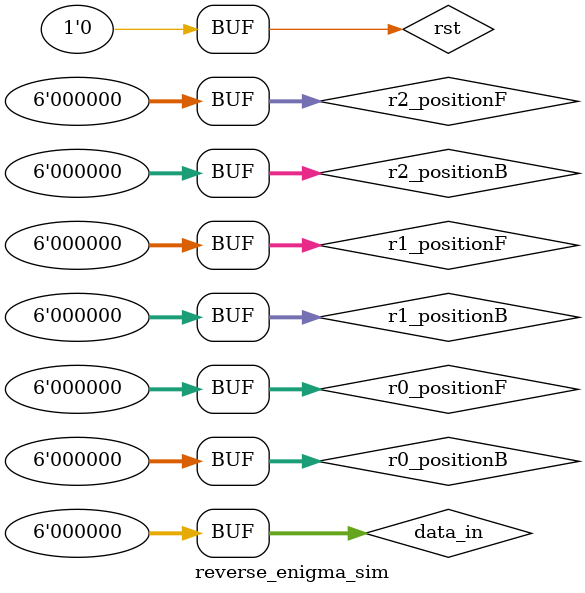
<source format=v>
`timescale 1ns / 1ps


module reverse_enigma_sim(

    );
    reg rst;
reg [5:0]data_in;
wire [5:0]data_out;
reg [5:0]r0_positionF;
reg [5:0]r1_positionF;
reg [5:0]r2_positionF;
reg [5:0]r0_positionB;
reg [5:0]r1_positionB;
reg [5:0]r2_positionB;
initial
begin
rst=1'd0;
end
enigma_reverse_implementation ers1(.rst(rst),
.data_in(data_in),
.data_out(data_out),
.r0_positionF(r0_positionF),
.r1_positionF(r1_positionF),
.r2_positionF(r2_positionF),
.r0_positionB(r0_positionB),
.r1_positionB(r1_positionB),
.r2_positionB(r2_positionB));

initial
begin
data_in=6'd0;
r0_positionF=6'd0;
r1_positionF=6'd0;
r2_positionF=6'd0;
r0_positionB=6'd0;
r1_positionB=6'd0;
r2_positionB=6'd0;
end

endmodule

</source>
